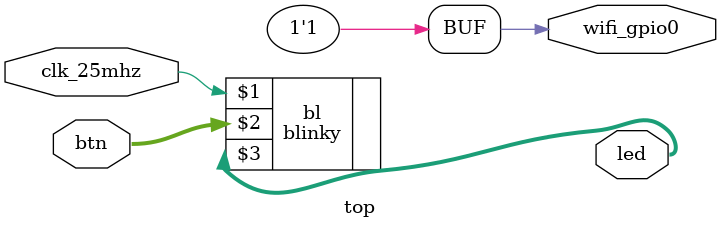
<source format=v>
`include "blinky.v"

module top(input clk_25mhz,
           input [6:0] btn,
           output [7:0] led,
           output wifi_gpio0);

    wire i_clk;

    // Tie GPIO0, keep board from rebooting
    assign wifi_gpio0 = 1'b1;
    blinky bl (clk_25mhz,btn,led);

endmodule

</source>
